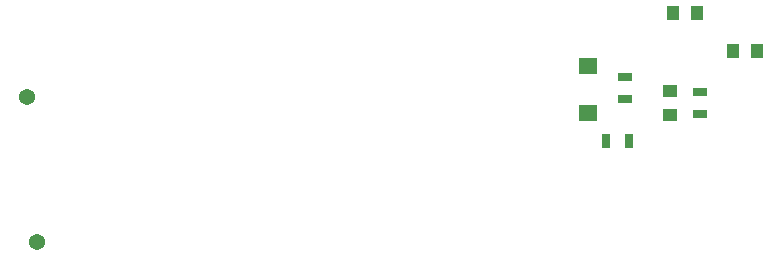
<source format=gbr>
%TF.GenerationSoftware,KiCad,Pcbnew,5.1.10-88a1d61d58~88~ubuntu20.04.1*%
%TF.CreationDate,2022-03-23T18:39:57-04:00*%
%TF.ProjectId,service_section_controller,73657276-6963-4655-9f73-656374696f6e,1.0*%
%TF.SameCoordinates,Original*%
%TF.FileFunction,Paste,Bot*%
%TF.FilePolarity,Positive*%
%FSLAX46Y46*%
G04 Gerber Fmt 4.6, Leading zero omitted, Abs format (unit mm)*
G04 Created by KiCad (PCBNEW 5.1.10-88a1d61d58~88~ubuntu20.04.1) date 2022-03-23 18:39:57*
%MOMM*%
%LPD*%
G01*
G04 APERTURE LIST*
%ADD10C,1.371600*%
%ADD11R,0.700000X1.300000*%
%ADD12R,1.640000X1.400000*%
%ADD13R,1.000000X1.250000*%
%ADD14R,1.250000X1.000000*%
%ADD15R,1.300000X0.700000*%
G04 APERTURE END LIST*
D10*
%TO.C,C902*%
X189331600Y-135432800D03*
%TD*%
D11*
%TO.C,R704*%
X239456000Y-126873000D03*
X237556000Y-126873000D03*
%TD*%
D12*
%TO.C,D701*%
X235966000Y-124553000D03*
X235966000Y-120523000D03*
%TD*%
D10*
%TO.C,C901*%
X188468000Y-123190000D03*
%TD*%
D13*
%TO.C,C705*%
X245221000Y-116078000D03*
X243221000Y-116078000D03*
%TD*%
%TO.C,C703*%
X248301000Y-119253000D03*
X250301000Y-119253000D03*
%TD*%
D14*
%TO.C,C702*%
X242951000Y-122698000D03*
X242951000Y-124698000D03*
%TD*%
D15*
%TO.C,R706*%
X245491000Y-122748000D03*
X245491000Y-124648000D03*
%TD*%
%TO.C,R705*%
X239141000Y-121478000D03*
X239141000Y-123378000D03*
%TD*%
M02*

</source>
